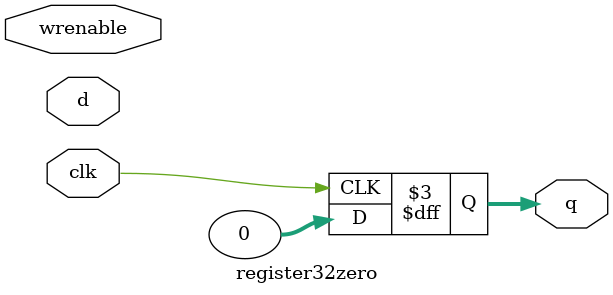
<source format=v>
module register
(
output reg  q,
input       d,
input       wrenable,
input       clk
);

    always @(posedge clk) begin
        if(wrenable) begin
            q = d;
        end
    end

endmodule

module register32
(

    output reg[31:0]    q,
    input[31:0]         d,
    input               wrenable,
    input               clk
);

    always @(posedge clk) begin
        if(wrenable) begin
            q = d;
        end
    end

endmodule

module register32zero
(
    output reg[31:0]    q,
    input[31:0]         d,
    input               wrenable,
    input               clk
);
    initial q = 32'b0;

    always @(posedge clk) begin
        q = 32'b0;
    end
    
endmodule
</source>
